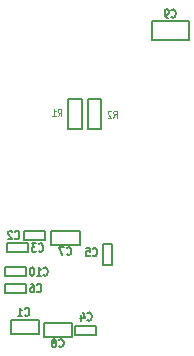
<source format=gbo>
G04 #@! TF.GenerationSoftware,KiCad,Pcbnew,(6.0.0-rc1-dev-1386-g1c99784e9)*
G04 #@! TF.CreationDate,2018-12-20T11:02:25-05:00
G04 #@! TF.ProjectId,TLAUX_Adapter_PSOC5,544c4155-585f-4416-9461-707465725f50,rev?*
G04 #@! TF.SameCoordinates,Original*
G04 #@! TF.FileFunction,Legend,Bot*
G04 #@! TF.FilePolarity,Positive*
%FSLAX46Y46*%
G04 Gerber Fmt 4.6, Leading zero omitted, Abs format (unit mm)*
G04 Created by KiCad (PCBNEW (6.0.0-rc1-dev-1386-g1c99784e9)) date 12/20/2018 11:02:25 AM*
%MOMM*%
%LPD*%
G04 APERTURE LIST*
%ADD10C,0.127000*%
%ADD11C,0.130048*%
%ADD12C,0.100000*%
G04 APERTURE END LIST*
D10*
X147840700Y-106337100D02*
X150253700Y-106337100D01*
X150253700Y-106337100D02*
X150253700Y-105194100D01*
X150253700Y-105194100D02*
X147840700Y-105194100D01*
X147840700Y-105194100D02*
X147840700Y-106337100D01*
X148996400Y-98374200D02*
X148996400Y-97612200D01*
X148996400Y-97612200D02*
X150774400Y-97612200D01*
X150774400Y-97612200D02*
X150774400Y-98374200D01*
X150774400Y-98374200D02*
X148996400Y-98374200D01*
X149310000Y-99441000D02*
X147532000Y-99441000D01*
X149310000Y-98679000D02*
X149310000Y-99441000D01*
X147532000Y-98679000D02*
X149310000Y-98679000D01*
X147532000Y-99441000D02*
X147532000Y-98679000D01*
X155092400Y-105664000D02*
X155092400Y-106426000D01*
X155092400Y-106426000D02*
X153314400Y-106426000D01*
X153314400Y-106426000D02*
X153314400Y-105664000D01*
X153314400Y-105664000D02*
X155092400Y-105664000D01*
X155702000Y-100499000D02*
X155702000Y-98721000D01*
X156464000Y-100499000D02*
X155702000Y-100499000D01*
X156464000Y-98721000D02*
X156464000Y-100499000D01*
X155702000Y-98721000D02*
X156464000Y-98721000D01*
X147405000Y-102870000D02*
X147405000Y-102108000D01*
X147405000Y-102108000D02*
X149183000Y-102108000D01*
X149183000Y-102108000D02*
X149183000Y-102870000D01*
X149183000Y-102870000D02*
X147405000Y-102870000D01*
X152717500Y-86487000D02*
X152717500Y-89027000D01*
X152717500Y-89027000D02*
X153860500Y-89027000D01*
X153860500Y-89027000D02*
X153860500Y-86487000D01*
X153860500Y-86487000D02*
X152717500Y-86487000D01*
X155511500Y-86487000D02*
X154368500Y-86487000D01*
X155511500Y-89027000D02*
X155511500Y-86487000D01*
X154368500Y-89027000D02*
X155511500Y-89027000D01*
X154368500Y-86487000D02*
X154368500Y-89027000D01*
X151281700Y-97650300D02*
X151281700Y-98793300D01*
X153694700Y-97650300D02*
X151281700Y-97650300D01*
X153694700Y-98793300D02*
X153694700Y-97650300D01*
X151281700Y-98793300D02*
X153694700Y-98793300D01*
X150634700Y-106591100D02*
X153047700Y-106591100D01*
X153047700Y-106591100D02*
X153047700Y-105448100D01*
X153047700Y-105448100D02*
X150634700Y-105448100D01*
X150634700Y-105448100D02*
X150634700Y-106591100D01*
X162915600Y-79806800D02*
X159816800Y-79806800D01*
X159816800Y-79806800D02*
X159816800Y-81483200D01*
X159816800Y-81483200D02*
X162915600Y-81483200D01*
X162915600Y-81483200D02*
X162915600Y-79806800D01*
X147405000Y-101473000D02*
X147405000Y-100711000D01*
X147405000Y-100711000D02*
X149183000Y-100711000D01*
X149183000Y-100711000D02*
X149183000Y-101473000D01*
X149183000Y-101473000D02*
X147405000Y-101473000D01*
X149038033Y-104722385D02*
X149068271Y-104752623D01*
X149158985Y-104782861D01*
X149219461Y-104782861D01*
X149310176Y-104752623D01*
X149370652Y-104692147D01*
X149400890Y-104631671D01*
X149431128Y-104510719D01*
X149431128Y-104420004D01*
X149400890Y-104299052D01*
X149370652Y-104238576D01*
X149310176Y-104178100D01*
X149219461Y-104147861D01*
X149158985Y-104147861D01*
X149068271Y-104178100D01*
X149038033Y-104208338D01*
X148433271Y-104782861D02*
X148796128Y-104782861D01*
X148614700Y-104782861D02*
X148614700Y-104147861D01*
X148675176Y-104238576D01*
X148735652Y-104299052D01*
X148796128Y-104329290D01*
D11*
X148207306Y-98242664D02*
X148235851Y-98275926D01*
X148321485Y-98309188D01*
X148378575Y-98309188D01*
X148464209Y-98275926D01*
X148521299Y-98209402D01*
X148549843Y-98142878D01*
X148578388Y-98009830D01*
X148578388Y-97910045D01*
X148549843Y-97776997D01*
X148521299Y-97710473D01*
X148464209Y-97643950D01*
X148378575Y-97610688D01*
X148321485Y-97610688D01*
X148235851Y-97643950D01*
X148207306Y-97677211D01*
X147978948Y-97677211D02*
X147950403Y-97643950D01*
X147893314Y-97610688D01*
X147750590Y-97610688D01*
X147693500Y-97643950D01*
X147664956Y-97677211D01*
X147636411Y-97743735D01*
X147636411Y-97810259D01*
X147664956Y-97910045D01*
X148007493Y-98309188D01*
X147636411Y-98309188D01*
X150213906Y-99309464D02*
X150242451Y-99342726D01*
X150328085Y-99375988D01*
X150385175Y-99375988D01*
X150470809Y-99342726D01*
X150527899Y-99276202D01*
X150556443Y-99209678D01*
X150584988Y-99076630D01*
X150584988Y-98976845D01*
X150556443Y-98843797D01*
X150527899Y-98777273D01*
X150470809Y-98710750D01*
X150385175Y-98677488D01*
X150328085Y-98677488D01*
X150242451Y-98710750D01*
X150213906Y-98744011D01*
X150014093Y-98677488D02*
X149643011Y-98677488D01*
X149842824Y-98943583D01*
X149757190Y-98943583D01*
X149700100Y-98976845D01*
X149671556Y-99010107D01*
X149643011Y-99076630D01*
X149643011Y-99242940D01*
X149671556Y-99309464D01*
X149700100Y-99342726D01*
X149757190Y-99375988D01*
X149928459Y-99375988D01*
X149985548Y-99342726D01*
X150014093Y-99309464D01*
X154345306Y-105151464D02*
X154373851Y-105184726D01*
X154459485Y-105217988D01*
X154516575Y-105217988D01*
X154602209Y-105184726D01*
X154659299Y-105118202D01*
X154687843Y-105051678D01*
X154716388Y-104918630D01*
X154716388Y-104818845D01*
X154687843Y-104685797D01*
X154659299Y-104619273D01*
X154602209Y-104552750D01*
X154516575Y-104519488D01*
X154459485Y-104519488D01*
X154373851Y-104552750D01*
X154345306Y-104586011D01*
X153831500Y-104752321D02*
X153831500Y-105217988D01*
X153974224Y-104486226D02*
X154116948Y-104985154D01*
X153745866Y-104985154D01*
X154785906Y-99690464D02*
X154814451Y-99723726D01*
X154900085Y-99756988D01*
X154957175Y-99756988D01*
X155042809Y-99723726D01*
X155099899Y-99657202D01*
X155128443Y-99590678D01*
X155156988Y-99457630D01*
X155156988Y-99357845D01*
X155128443Y-99224797D01*
X155099899Y-99158273D01*
X155042809Y-99091750D01*
X154957175Y-99058488D01*
X154900085Y-99058488D01*
X154814451Y-99091750D01*
X154785906Y-99125011D01*
X154243556Y-99058488D02*
X154529003Y-99058488D01*
X154557548Y-99391107D01*
X154529003Y-99357845D01*
X154471914Y-99324583D01*
X154329190Y-99324583D01*
X154272100Y-99357845D01*
X154243556Y-99391107D01*
X154215011Y-99457630D01*
X154215011Y-99623940D01*
X154243556Y-99690464D01*
X154272100Y-99723726D01*
X154329190Y-99756988D01*
X154471914Y-99756988D01*
X154529003Y-99723726D01*
X154557548Y-99690464D01*
X150086906Y-102738464D02*
X150115451Y-102771726D01*
X150201085Y-102804988D01*
X150258175Y-102804988D01*
X150343809Y-102771726D01*
X150400899Y-102705202D01*
X150429443Y-102638678D01*
X150457988Y-102505630D01*
X150457988Y-102405845D01*
X150429443Y-102272797D01*
X150400899Y-102206273D01*
X150343809Y-102139750D01*
X150258175Y-102106488D01*
X150201085Y-102106488D01*
X150115451Y-102139750D01*
X150086906Y-102173011D01*
X149573100Y-102106488D02*
X149687280Y-102106488D01*
X149744369Y-102139750D01*
X149772914Y-102173011D01*
X149830003Y-102272797D01*
X149858548Y-102405845D01*
X149858548Y-102671940D01*
X149830003Y-102738464D01*
X149801459Y-102771726D01*
X149744369Y-102804988D01*
X149630190Y-102804988D01*
X149573100Y-102771726D01*
X149544556Y-102738464D01*
X149516011Y-102671940D01*
X149516011Y-102505630D01*
X149544556Y-102439107D01*
X149573100Y-102405845D01*
X149630190Y-102372583D01*
X149744369Y-102372583D01*
X149801459Y-102405845D01*
X149830003Y-102439107D01*
X149858548Y-102505630D01*
D12*
X151848333Y-87901428D02*
X152015000Y-87615714D01*
X152134047Y-87901428D02*
X152134047Y-87301428D01*
X151943571Y-87301428D01*
X151895952Y-87330000D01*
X151872142Y-87358571D01*
X151848333Y-87415714D01*
X151848333Y-87501428D01*
X151872142Y-87558571D01*
X151895952Y-87587142D01*
X151943571Y-87615714D01*
X152134047Y-87615714D01*
X151372142Y-87901428D02*
X151657857Y-87901428D01*
X151515000Y-87901428D02*
X151515000Y-87301428D01*
X151562619Y-87387142D01*
X151610238Y-87444285D01*
X151657857Y-87472857D01*
X156547333Y-88028428D02*
X156714000Y-87742714D01*
X156833047Y-88028428D02*
X156833047Y-87428428D01*
X156642571Y-87428428D01*
X156594952Y-87457000D01*
X156571142Y-87485571D01*
X156547333Y-87542714D01*
X156547333Y-87628428D01*
X156571142Y-87685571D01*
X156594952Y-87714142D01*
X156642571Y-87742714D01*
X156833047Y-87742714D01*
X156356857Y-87485571D02*
X156333047Y-87457000D01*
X156285428Y-87428428D01*
X156166380Y-87428428D01*
X156118761Y-87457000D01*
X156094952Y-87485571D01*
X156071142Y-87542714D01*
X156071142Y-87599857D01*
X156094952Y-87685571D01*
X156380666Y-88028428D01*
X156071142Y-88028428D01*
D10*
X152594033Y-99566185D02*
X152624271Y-99596423D01*
X152714985Y-99626661D01*
X152775461Y-99626661D01*
X152866176Y-99596423D01*
X152926652Y-99535947D01*
X152956890Y-99475471D01*
X152987128Y-99354519D01*
X152987128Y-99263804D01*
X152956890Y-99142852D01*
X152926652Y-99082376D01*
X152866176Y-99021900D01*
X152775461Y-98991661D01*
X152714985Y-98991661D01*
X152624271Y-99021900D01*
X152594033Y-99052138D01*
X152382366Y-98991661D02*
X151959033Y-98991661D01*
X152231176Y-99626661D01*
X151947033Y-107363985D02*
X151977271Y-107394223D01*
X152067985Y-107424461D01*
X152128461Y-107424461D01*
X152219176Y-107394223D01*
X152279652Y-107333747D01*
X152309890Y-107273271D01*
X152340128Y-107152319D01*
X152340128Y-107061604D01*
X152309890Y-106940652D01*
X152279652Y-106880176D01*
X152219176Y-106819700D01*
X152128461Y-106789461D01*
X152067985Y-106789461D01*
X151977271Y-106819700D01*
X151947033Y-106849938D01*
X151584176Y-107061604D02*
X151644652Y-107031366D01*
X151674890Y-107001128D01*
X151705128Y-106940652D01*
X151705128Y-106910414D01*
X151674890Y-106849938D01*
X151644652Y-106819700D01*
X151584176Y-106789461D01*
X151463223Y-106789461D01*
X151402747Y-106819700D01*
X151372509Y-106849938D01*
X151342271Y-106910414D01*
X151342271Y-106940652D01*
X151372509Y-107001128D01*
X151402747Y-107031366D01*
X151463223Y-107061604D01*
X151584176Y-107061604D01*
X151644652Y-107091842D01*
X151674890Y-107122080D01*
X151705128Y-107182557D01*
X151705128Y-107303509D01*
X151674890Y-107363985D01*
X151644652Y-107394223D01*
X151584176Y-107424461D01*
X151463223Y-107424461D01*
X151402747Y-107394223D01*
X151372509Y-107363985D01*
X151342271Y-107303509D01*
X151342271Y-107182557D01*
X151372509Y-107122080D01*
X151402747Y-107091842D01*
X151463223Y-107061604D01*
D11*
X161466106Y-79498008D02*
X161494651Y-79531343D01*
X161580285Y-79564677D01*
X161637375Y-79564677D01*
X161723009Y-79531343D01*
X161780099Y-79464674D01*
X161808643Y-79398005D01*
X161837188Y-79264667D01*
X161837188Y-79164663D01*
X161808643Y-79031325D01*
X161780099Y-78964656D01*
X161723009Y-78897988D01*
X161637375Y-78864653D01*
X161580285Y-78864653D01*
X161494651Y-78897988D01*
X161466106Y-78931322D01*
X161180659Y-79564677D02*
X161066480Y-79564677D01*
X161009390Y-79531343D01*
X160980845Y-79498008D01*
X160923756Y-79398005D01*
X160895211Y-79264667D01*
X160895211Y-78997991D01*
X160923756Y-78931322D01*
X160952300Y-78897988D01*
X161009390Y-78864653D01*
X161123569Y-78864653D01*
X161180659Y-78897988D01*
X161209203Y-78931322D01*
X161237748Y-78997991D01*
X161237748Y-79164663D01*
X161209203Y-79231332D01*
X161180659Y-79264667D01*
X161123569Y-79298001D01*
X161009390Y-79298001D01*
X160952300Y-79264667D01*
X160923756Y-79231332D01*
X160895211Y-79164663D01*
X150626354Y-101341464D02*
X150654899Y-101374726D01*
X150740533Y-101407988D01*
X150797622Y-101407988D01*
X150883257Y-101374726D01*
X150940346Y-101308202D01*
X150968891Y-101241678D01*
X150997436Y-101108630D01*
X150997436Y-101008845D01*
X150968891Y-100875797D01*
X150940346Y-100809273D01*
X150883257Y-100742750D01*
X150797622Y-100709488D01*
X150740533Y-100709488D01*
X150654899Y-100742750D01*
X150626354Y-100776011D01*
X150055459Y-101407988D02*
X150397996Y-101407988D01*
X150226727Y-101407988D02*
X150226727Y-100709488D01*
X150283817Y-100809273D01*
X150340906Y-100875797D01*
X150397996Y-100909059D01*
X149684377Y-100709488D02*
X149627287Y-100709488D01*
X149570198Y-100742750D01*
X149541653Y-100776011D01*
X149513108Y-100842535D01*
X149484563Y-100975583D01*
X149484563Y-101141892D01*
X149513108Y-101274940D01*
X149541653Y-101341464D01*
X149570198Y-101374726D01*
X149627287Y-101407988D01*
X149684377Y-101407988D01*
X149741466Y-101374726D01*
X149770011Y-101341464D01*
X149798556Y-101274940D01*
X149827100Y-101141892D01*
X149827100Y-100975583D01*
X149798556Y-100842535D01*
X149770011Y-100776011D01*
X149741466Y-100742750D01*
X149684377Y-100709488D01*
M02*

</source>
